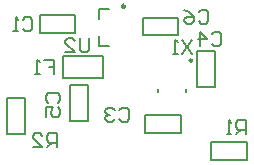
<source format=gbo>
G04*
G04 #@! TF.GenerationSoftware,Altium Limited,Altium Designer,22.4.2 (48)*
G04*
G04 Layer_Color=32896*
%FSLAX25Y25*%
%MOIN*%
G70*
G04*
G04 #@! TF.SameCoordinates,0592E0CC-BA3F-4339-BE53-95EDDC47ECB4*
G04*
G04*
G04 #@! TF.FilePolarity,Positive*
G04*
G01*
G75*
%ADD11C,0.00984*%
%ADD12C,0.00787*%
%ADD26C,0.01000*%
D11*
X42224Y62795D02*
G03*
X42224Y62795I-492J0D01*
G01*
D12*
X70965Y11614D02*
X82776D01*
Y17520D01*
X70965D02*
X82776D01*
X70965Y11614D02*
Y17520D01*
X60039Y53150D02*
Y59055D01*
X48228Y53150D02*
X60039D01*
X48228D02*
Y59055D01*
X60039D01*
X53051Y34154D02*
Y35335D01*
X62500Y34154D02*
Y35335D01*
X8858Y20374D02*
Y32185D01*
X2953D02*
X8858D01*
X2953Y20374D02*
Y32185D01*
Y20374D02*
X8858D01*
X66339Y47835D02*
X72244D01*
Y36024D02*
Y47835D01*
X66339Y36024D02*
X72244D01*
X66339D02*
Y47835D01*
X13780Y54016D02*
Y59921D01*
X25591D01*
Y54016D02*
Y59921D01*
X13780Y54016D02*
X25591D01*
X21654Y46260D02*
X35039D01*
X21654Y38780D02*
Y46260D01*
Y38780D02*
X35039D01*
Y46260D01*
X49016Y20669D02*
Y26575D01*
X60827D01*
Y20669D02*
Y26575D01*
X49016Y20669D02*
X60827D01*
X24016Y24705D02*
X29921D01*
X24016D02*
Y36516D01*
X29921D01*
Y24705D02*
Y36516D01*
X33661Y61811D02*
X36811D01*
X33661Y58465D02*
Y61811D01*
Y49606D02*
X36811D01*
X33661D02*
Y52953D01*
X66732Y60925D02*
X67519Y61712D01*
X69094D01*
X69881Y60925D01*
Y57776D01*
X69094Y56989D01*
X67519D01*
X66732Y57776D01*
X62009Y61712D02*
X63583Y60925D01*
X65158Y59350D01*
Y57776D01*
X64371Y56989D01*
X62796D01*
X62009Y57776D01*
Y58563D01*
X62796Y59350D01*
X65158D01*
X19388Y15749D02*
Y20472D01*
X17027D01*
X16240Y19684D01*
Y18110D01*
X17027Y17323D01*
X19388D01*
X17814D02*
X16240Y15749D01*
X11517D02*
X14666D01*
X11517Y18897D01*
Y19684D01*
X12304Y20472D01*
X13879D01*
X14666Y19684D01*
X64468Y51673D02*
X61319Y46950D01*
Y51673D02*
X64468Y46950D01*
X59745D02*
X58170D01*
X58957D01*
Y51673D01*
X59745Y50885D01*
X30215Y52165D02*
Y48229D01*
X29428Y47442D01*
X27854D01*
X27067Y48229D01*
Y52165D01*
X22344Y47442D02*
X25492D01*
X22344Y50590D01*
Y51377D01*
X23131Y52165D01*
X24705D01*
X25492Y51377D01*
X82381Y20079D02*
Y24802D01*
X80019D01*
X79232Y24015D01*
Y22441D01*
X80019Y21654D01*
X82381D01*
X80807D02*
X79232Y20079D01*
X77658D02*
X76084D01*
X76871D01*
Y24802D01*
X77658Y24015D01*
X16634Y30708D02*
X15847Y31495D01*
Y33070D01*
X16634Y33857D01*
X19783D01*
X20570Y33070D01*
Y31495D01*
X19783Y30708D01*
X15847Y25986D02*
Y29134D01*
X18209D01*
X17422Y27560D01*
Y26773D01*
X18209Y25986D01*
X19783D01*
X20570Y26773D01*
Y28347D01*
X19783Y29134D01*
X71161Y53543D02*
X71948Y54330D01*
X73523D01*
X74310Y53543D01*
Y50394D01*
X73523Y49607D01*
X71948D01*
X71161Y50394D01*
X67225Y49607D02*
Y54330D01*
X69587Y51968D01*
X66438D01*
X40354Y28247D02*
X41141Y29035D01*
X42715D01*
X43503Y28247D01*
Y25099D01*
X42715Y24312D01*
X41141D01*
X40354Y25099D01*
X38780Y28247D02*
X37993Y29035D01*
X36418D01*
X35631Y28247D01*
Y27460D01*
X36418Y26673D01*
X37205D01*
X36418D01*
X35631Y25886D01*
Y25099D01*
X36418Y24312D01*
X37993D01*
X38780Y25099D01*
X8071Y58346D02*
X8858Y59133D01*
X10432D01*
X11220Y58346D01*
Y55197D01*
X10432Y54410D01*
X8858D01*
X8071Y55197D01*
X6497Y54410D02*
X4922D01*
X5709D01*
Y59133D01*
X6497Y58346D01*
X15354Y44980D02*
X18503D01*
Y42618D01*
X16929D01*
X18503D01*
Y40257D01*
X13780D02*
X12206D01*
X12993D01*
Y44980D01*
X13780Y44192D01*
D26*
X64567Y44685D02*
G03*
X64567Y44685I-394J0D01*
G01*
M02*

</source>
